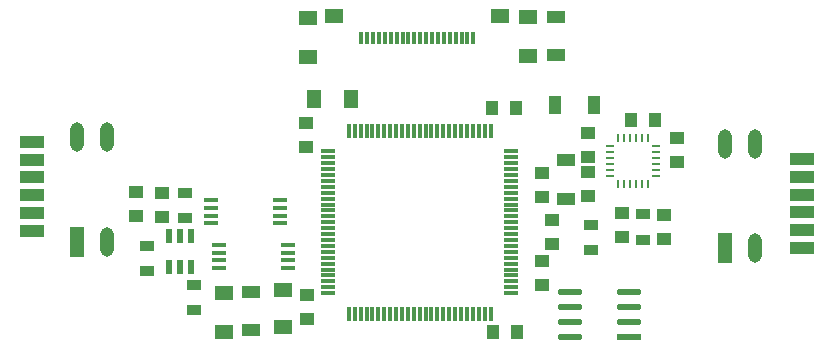
<source format=gtp>
G04*
G04 #@! TF.GenerationSoftware,Altium Limited,Altium Designer,21.3.2 (30)*
G04*
G04 Layer_Color=8421504*
%FSLAX43Y43*%
%MOMM*%
G71*
G04*
G04 #@! TF.SameCoordinates,516BDF06-D260-4404-9912-87152A7D5F29*
G04*
G04*
G04 #@! TF.FilePolarity,Positive*
G04*
G01*
G75*
%ADD18R,0.300X1.000*%
%ADD19R,0.300X1.200*%
%ADD20R,0.550X1.200*%
%ADD21R,1.200X0.300*%
%ADD22R,1.067X1.524*%
%ADD23R,1.575X1.270*%
%ADD24R,1.524X1.067*%
%ADD25R,2.100X0.500*%
%ADD26O,2.100X0.500*%
%ADD27R,1.270X1.016*%
%ADD28R,2.000X1.000*%
%ADD29R,1.270X0.889*%
%ADD30R,1.200X0.350*%
%ADD31R,1.016X1.270*%
%ADD32R,0.790X0.260*%
%ADD33R,0.260X0.790*%
%ADD34R,1.650X1.300*%
%ADD35R,1.626X1.194*%
%ADD36O,1.200X2.500*%
%ADD37R,1.200X2.500*%
%ADD38R,1.194X1.626*%
D18*
X56750Y75750D02*
D03*
X56250D02*
D03*
X53750D02*
D03*
X54250D02*
D03*
X54750D02*
D03*
X57250D02*
D03*
X57750D02*
D03*
X59250D02*
D03*
X59750D02*
D03*
X63250D02*
D03*
X62750D02*
D03*
X62250D02*
D03*
X61750D02*
D03*
X61250D02*
D03*
X60750D02*
D03*
X60250D02*
D03*
X58750D02*
D03*
X58250D02*
D03*
X55750D02*
D03*
X55250D02*
D03*
D19*
X56700Y67900D02*
D03*
X56200D02*
D03*
X64700Y52400D02*
D03*
X64200D02*
D03*
X63700D02*
D03*
X63200D02*
D03*
X62700D02*
D03*
X62200D02*
D03*
X61700D02*
D03*
X61200D02*
D03*
X60700D02*
D03*
X60200D02*
D03*
X59700D02*
D03*
X59200D02*
D03*
X58700D02*
D03*
X58200D02*
D03*
X57700D02*
D03*
X57200D02*
D03*
X56700D02*
D03*
X56200D02*
D03*
X55700D02*
D03*
X55200D02*
D03*
X54700D02*
D03*
X54200D02*
D03*
X53700D02*
D03*
X53200D02*
D03*
X52700Y67900D02*
D03*
X53200D02*
D03*
X53700D02*
D03*
X54200D02*
D03*
X54700D02*
D03*
X55200D02*
D03*
X55700D02*
D03*
X57200D02*
D03*
X57700D02*
D03*
X58200D02*
D03*
X58700D02*
D03*
X59200D02*
D03*
X59700D02*
D03*
X60200D02*
D03*
X60700D02*
D03*
X61200D02*
D03*
X61700D02*
D03*
X62200D02*
D03*
X62700D02*
D03*
X63200D02*
D03*
X63700D02*
D03*
X64200D02*
D03*
X64700D02*
D03*
X52700Y52400D02*
D03*
D20*
X38400Y58950D02*
D03*
X37450D02*
D03*
X39350D02*
D03*
Y56350D02*
D03*
X38400D02*
D03*
X37450D02*
D03*
D21*
X66450Y62650D02*
D03*
X50950Y54150D02*
D03*
Y54650D02*
D03*
Y55150D02*
D03*
Y55650D02*
D03*
Y56150D02*
D03*
Y56650D02*
D03*
Y57150D02*
D03*
Y57650D02*
D03*
Y58150D02*
D03*
Y58650D02*
D03*
Y59150D02*
D03*
Y59650D02*
D03*
Y60150D02*
D03*
Y60650D02*
D03*
Y61150D02*
D03*
Y61650D02*
D03*
Y62150D02*
D03*
Y62650D02*
D03*
Y63150D02*
D03*
Y63650D02*
D03*
Y64150D02*
D03*
Y64650D02*
D03*
Y65150D02*
D03*
Y65650D02*
D03*
Y66150D02*
D03*
X66450D02*
D03*
Y65650D02*
D03*
Y65150D02*
D03*
Y64650D02*
D03*
Y64150D02*
D03*
Y63650D02*
D03*
Y63150D02*
D03*
Y62150D02*
D03*
Y61650D02*
D03*
Y61150D02*
D03*
Y60650D02*
D03*
Y60150D02*
D03*
Y59650D02*
D03*
Y59150D02*
D03*
Y58650D02*
D03*
Y58150D02*
D03*
Y57650D02*
D03*
Y57150D02*
D03*
Y56650D02*
D03*
Y56150D02*
D03*
Y55650D02*
D03*
Y55150D02*
D03*
Y54650D02*
D03*
Y54150D02*
D03*
D22*
X73450Y70050D02*
D03*
X70198D02*
D03*
D23*
X67850Y77500D02*
D03*
Y74198D02*
D03*
X49250Y74148D02*
D03*
Y77450D02*
D03*
X42150Y54200D02*
D03*
Y50898D02*
D03*
D24*
X70250Y74298D02*
D03*
Y77550D02*
D03*
X71100Y62148D02*
D03*
Y65400D02*
D03*
X44450Y51000D02*
D03*
Y54252D02*
D03*
D25*
X76400Y50460D02*
D03*
D26*
Y51730D02*
D03*
Y53000D02*
D03*
Y54270D02*
D03*
X71400Y50460D02*
D03*
Y51730D02*
D03*
Y53000D02*
D03*
Y54270D02*
D03*
D27*
X69050Y54868D02*
D03*
Y56900D02*
D03*
X36900Y62650D02*
D03*
Y60618D02*
D03*
X34700Y60700D02*
D03*
Y62732D02*
D03*
X80450Y65218D02*
D03*
Y67250D02*
D03*
X72950Y65718D02*
D03*
Y67750D02*
D03*
X69050Y62318D02*
D03*
Y64350D02*
D03*
X79350Y58718D02*
D03*
Y60750D02*
D03*
X75850Y58868D02*
D03*
Y60900D02*
D03*
X72950Y64382D02*
D03*
Y62350D02*
D03*
X69900Y58350D02*
D03*
Y60382D02*
D03*
X49100Y68550D02*
D03*
Y66518D02*
D03*
X49150Y51950D02*
D03*
Y53982D02*
D03*
D28*
X25850Y59450D02*
D03*
Y60950D02*
D03*
Y62450D02*
D03*
Y63950D02*
D03*
Y65450D02*
D03*
Y66950D02*
D03*
X91050Y65500D02*
D03*
Y64000D02*
D03*
Y62500D02*
D03*
Y61000D02*
D03*
Y59500D02*
D03*
Y58000D02*
D03*
D29*
X35650Y58164D02*
D03*
Y56005D02*
D03*
X38800Y62664D02*
D03*
Y60505D02*
D03*
X39600Y52704D02*
D03*
Y54863D02*
D03*
X77600Y58654D02*
D03*
Y60813D02*
D03*
X73200Y57786D02*
D03*
Y59945D02*
D03*
D30*
X47575Y56275D02*
D03*
Y56925D02*
D03*
Y57575D02*
D03*
Y58225D02*
D03*
X41725D02*
D03*
Y57575D02*
D03*
Y56925D02*
D03*
Y56275D02*
D03*
X46875Y60075D02*
D03*
Y60725D02*
D03*
Y61375D02*
D03*
Y62025D02*
D03*
X41025D02*
D03*
Y61375D02*
D03*
Y60725D02*
D03*
Y60075D02*
D03*
D31*
X78600Y68850D02*
D03*
X76568D02*
D03*
X66900Y50850D02*
D03*
X64868D02*
D03*
X66850Y69850D02*
D03*
X64818D02*
D03*
D32*
X74780Y64080D02*
D03*
Y64580D02*
D03*
Y65080D02*
D03*
Y65580D02*
D03*
Y66080D02*
D03*
Y66580D02*
D03*
X78720D02*
D03*
Y66080D02*
D03*
Y65580D02*
D03*
Y65080D02*
D03*
Y64580D02*
D03*
Y64080D02*
D03*
D33*
X75500Y67300D02*
D03*
X76000D02*
D03*
X76500D02*
D03*
X77000D02*
D03*
X77500D02*
D03*
X78000D02*
D03*
Y63360D02*
D03*
X77500D02*
D03*
X77000D02*
D03*
X76500D02*
D03*
X76000D02*
D03*
X75500D02*
D03*
D34*
X65525Y77650D02*
D03*
X51475D02*
D03*
D35*
X47150Y51314D02*
D03*
Y54438D02*
D03*
D36*
X29660Y67350D02*
D03*
X32200D02*
D03*
Y58500D02*
D03*
X84550Y66800D02*
D03*
X87090D02*
D03*
Y57950D02*
D03*
D37*
X29660Y58500D02*
D03*
X84550Y57950D02*
D03*
D38*
X49764Y70550D02*
D03*
X52888D02*
D03*
M02*

</source>
